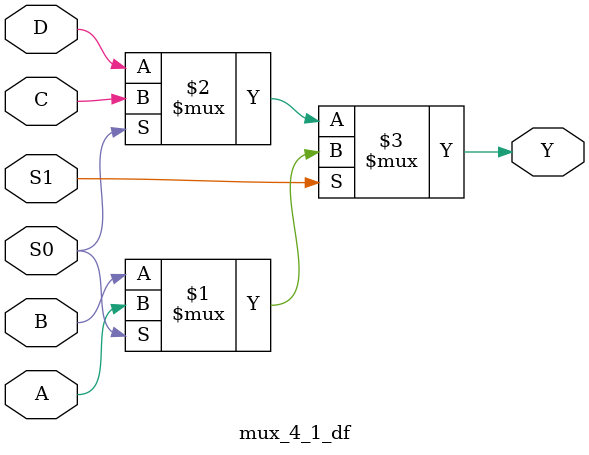
<source format=v>
`timescale 1ns / 1ps


module mux_4_1_df(A, B, C, D, S1, S0, Y);
input A;
input B;
input C;
input D;
input S1;
input S0;
output Y;
assign Y = S1 ? (S0 ? A : B) : (S0 ? C : D); 
endmodule

</source>
